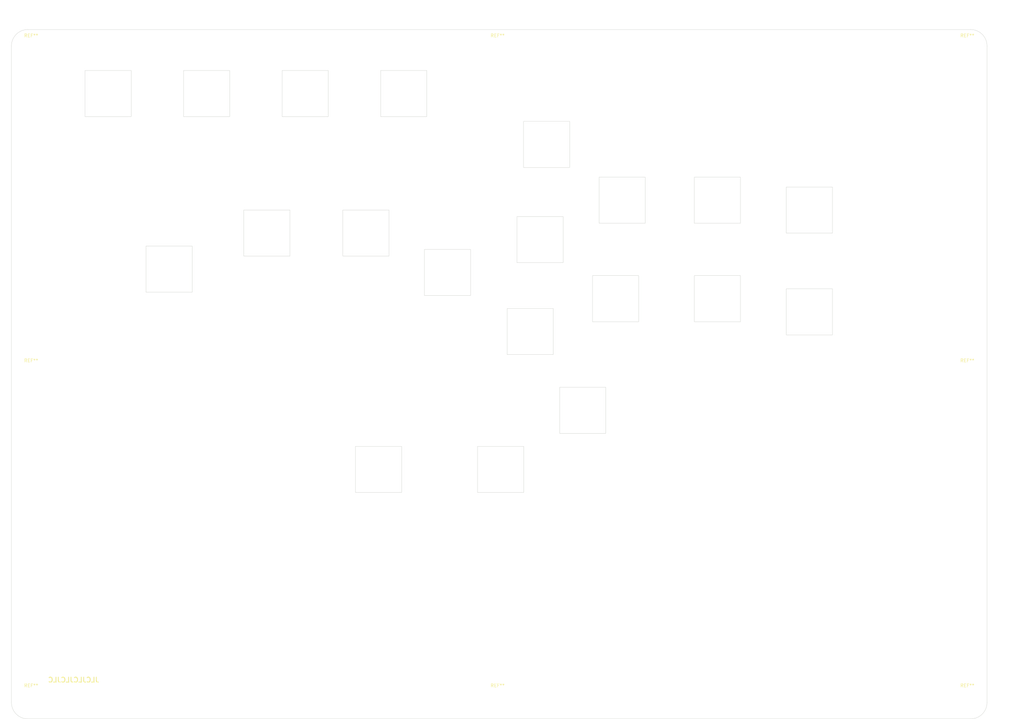
<source format=kicad_pcb>
(kicad_pcb (version 20241229) (generator "pcbnew") (generator_version "9.0")
  (layers (0 "F.Cu" signal) (2 "B.Cu" signal) (13 "F.Paste" user) (15 "B.Paste" user) (5 "F.SilkS" user "F.Silkscreen") (7 "B.SilkS" user "B.Silkscreen") (1 "F.Mask" user) (3 "B.Mask" user) (25 "Edge.Cuts" user))
  (net 0 "")
  (net 1 "GND")
  (footprint "MountingHole:MountingHole_3.2mm_M3" (layer "F.Cu") (at 341 234)
    (property "Reference" "REF**" (at 0 -4.15 0) (layer "F.SilkS"))
    (property "Value" "MountingHole_3.2mm_M3")
    (pad "" np_thru_hole circle (at 0 0) (size 3.2 3.2) (drill 3.2) (layers "*.Cu" "*.Mask"))
  )
  (footprint "MountingHole:MountingHole_3.2mm_M3" (layer "F.Cu") (at 56 36)
    (property "Reference" "REF**" (at 0 -4.15 0) (layer "F.SilkS"))
    (property "Value" "MountingHole_3.2mm_M3")
    (pad "" np_thru_hole circle (at 0 0) (size 3.2 3.2) (drill 3.2) (layers "*.Cu" "*.Mask"))
  )
  (footprint "MountingHole:MountingHole_3.2mm_M3" (layer "F.Cu") (at 56 135)
    (property "Reference" "REF**" (at 0 -4.15 0) (layer "F.SilkS"))
    (property "Value" "MountingHole_3.2mm_M3")
    (pad "" np_thru_hole circle (at 0 0) (size 3.2 3.2) (drill 3.2) (layers "*.Cu" "*.Mask"))
  )
  (footprint "MountingHole:MountingHole_3.2mm_M3" (layer "F.Cu") (at 198 36)
    (property "Reference" "REF**" (at 0 -4.15 0) (layer "F.SilkS"))
    (property "Value" "MountingHole_3.2mm_M3" (hide yes))
    (pad "" np_thru_hole circle (at 0 0) (size 3.2 3.2) (drill 3.2) (layers "*.Cu" "*.Mask"))
  )
  (footprint "MountingHole:MountingHole_3.2mm_M3" (layer "F.Cu") (at 56 234)
    (property "Reference" "REF**" (at 0 -4.15 0) (layer "F.SilkS"))
    (property "Value" "MountingHole_3.2mm_M3")
    (pad "" np_thru_hole circle (at 0 0) (size 3.2 3.2) (drill 3.2) (layers "*.Cu" "*.Mask"))
  )
  (footprint "MountingHole:MountingHole_3.2mm_M3" (layer "F.Cu") (at 341 36)
    (property "Reference" "REF**" (at 0 -4.15 0) (layer "F.SilkS"))
    (property "Value" "MountingHole_3.2mm_M3")
    (pad "" np_thru_hole circle (at 0 0) (size 3.2 3.2) (drill 3.2) (layers "*.Cu" "*.Mask"))
  )
  (footprint "MountingHole:MountingHole_3.2mm_M3" (layer "F.Cu") (at 341 135)
    (property "Reference" "REF**" (at 0 -4.15 0) (layer "F.SilkS"))
    (property "Value" "MountingHole_3.2mm_M3")
    (pad "" np_thru_hole circle (at 0 0) (size 3.2 3.2) (drill 3.2) (layers "*.Cu" "*.Mask"))
  )
  (footprint "MountingHole:MountingHole_3.2mm_M3" (layer "F.Cu") (at 198 234)
    (property "Reference" "REF**" (at 0 -4.15 0) (layer "F.SilkS"))
    (property "Value" "MountingHole_3.2mm_M3")
    (pad "" np_thru_hole circle (at 0 0) (size 3.2 3.2) (drill 3.2) (layers "*.Cu" "*.Mask"))
  )
  (gr_arc (start 50 35) (mid 51.464466 31.464466) (end 55 30) (stroke (width 0.1)) (layer "Edge.Cuts"))
  (gr_arc (start 342 30) (mid 345.535534 31.464466) (end 347 35) (stroke (width 0.1)) (layer "Edge.Cuts"))
  (gr_arc (start 55 240) (mid 51.464466 238.535534) (end 50 235) (stroke (width 0.1)) (layer "Edge.Cuts"))
  (gr_rect (start 257.894466 74.974466) (end 271.944466 89.024466) (stroke (width 0.1)) (fill no) (layer "Edge.Cuts"))
  (gr_rect (start 154.734466 156.974466) (end 168.784466 171.024466) (stroke (width 0.1)) (fill no) (layer "Edge.Cuts"))
  (gr_rect (start 72.394466 42.474466) (end 86.444466 56.524466) (stroke (width 0.1)) (fill no) (layer "Edge.Cuts"))
  (gr_rect (start 226.894466 104.974466) (end 240.944466 119.024466) (stroke (width 0.1)) (fill no) (layer "Edge.Cuts"))
  (gr_rect (start 191.894466 156.974466) (end 205.944466 171.024466) (stroke (width 0.1)) (fill no) (layer "Edge.Cuts"))
  (gr_rect (start 228.894466 74.974466) (end 242.944466 89.024466) (stroke (width 0.1)) (fill no) (layer "Edge.Cuts"))
  (gr_rect (start 285.894466 108.974466) (end 299.944466 123.024466) (stroke (width 0.1)) (fill no) (layer "Edge.Cuts"))
  (gr_rect (start 216.894466 138.974466) (end 230.944466 153.024466) (stroke (width 0.1)) (fill no) (layer "Edge.Cuts"))
  (gr_rect (start 205.889466 57.974466) (end 219.939466 72.024466) (stroke (width 0.1)) (fill no) (layer "Edge.Cuts"))
  (gr_rect (start 102.394466 42.474466) (end 116.444466 56.524466) (stroke (width 0.1)) (fill no) (layer "Edge.Cuts"))
  (gr_rect (start 150.894466 84.974466) (end 164.944466 99.024466) (stroke (width 0.1)) (fill no) (layer "Edge.Cuts"))
  (gr_arc (start 347 235) (mid 345.535534 238.535534) (end 342 240) (stroke (width 0.1)) (layer "Edge.Cuts"))
  (gr_rect (start 200.894466 114.974466) (end 214.944466 129.024466) (stroke (width 0.1)) (fill no) (layer "Edge.Cuts"))
  (gr_rect (start 132.394466 42.474466) (end 146.444466 56.524466) (stroke (width 0.1)) (fill no) (layer "Edge.Cuts"))
  (gr_rect (start 175.734466 96.974466) (end 189.784466 111.024466) (stroke (width 0.1)) (fill no) (layer "Edge.Cuts"))
  (gr_line (start 347 235) (end 347 35) (stroke (width 0.1)) (layer "Edge.Cuts"))
  (gr_rect (start 285.894466 77.974466) (end 299.944466 92.024466) (stroke (width 0.1)) (fill no) (layer "Edge.Cuts"))
  (gr_rect (start 203.899466 86.979466) (end 217.949466 101.029466) (stroke (width 0.1)) (fill no) (layer "Edge.Cuts"))
  (gr_rect (start 162.394466 42.474466) (end 176.444466 56.524466) (stroke (width 0.1)) (fill no) (layer "Edge.Cuts"))
  (gr_rect (start 257.894466 104.974466) (end 271.944466 119.024466) (stroke (width 0.1)) (fill no) (layer "Edge.Cuts"))
  (gr_line (start 342 30) (end 55 30) (stroke (width 0.1)) (layer "Edge.Cuts"))
  (gr_rect (start 90.974466 95.974466) (end 105.024466 110.024466) (stroke (width 0.1)) (fill no) (layer "Edge.Cuts"))
  (gr_rect (start 120.734466 84.974466) (end 134.784466 99.024466) (stroke (width 0.1)) (fill no) (layer "Edge.Cuts"))
  (gr_line (start 50 235) (end 50 35) (stroke (width 0.1)) (layer "Edge.Cuts"))
  (gr_line (start 342 240) (end 55 240) (stroke (width 0.1)) (layer "Edge.Cuts"))
  (gr_text "JLCJLCJLCJLC" (at 61 229 0) (layer "F.SilkS") (effects (font (size 1.5 1.5) (thickness 0.3) (bold yes)) (justify right bottom mirror)))
)
</source>
